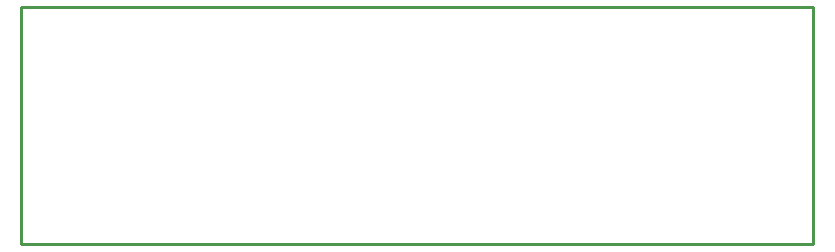
<source format=gko>
G04 Layer: BoardOutline*
G04 EasyEDA v6.4.25, 2021-12-20T20:28:38+01:00*
G04 9adf3931234744f2be4d511116bedf97,b4a5f7d9b4444f23be71920c898e1340,10*
G04 Gerber Generator version 0.2*
G04 Scale: 100 percent, Rotated: No, Reflected: No *
G04 Dimensions in inches *
G04 leading zeros omitted , absolute positions ,3 integer and 6 decimal *
%FSLAX36Y36*%
%MOIN*%

%ADD10C,0.0100*%
D10*
X110000Y3820000D02*
G01*
X2750000Y3820000D01*
X2750000Y3030000D01*
X110000Y3030000D01*
X110000Y3820000D01*

%LPD*%
M02*

</source>
